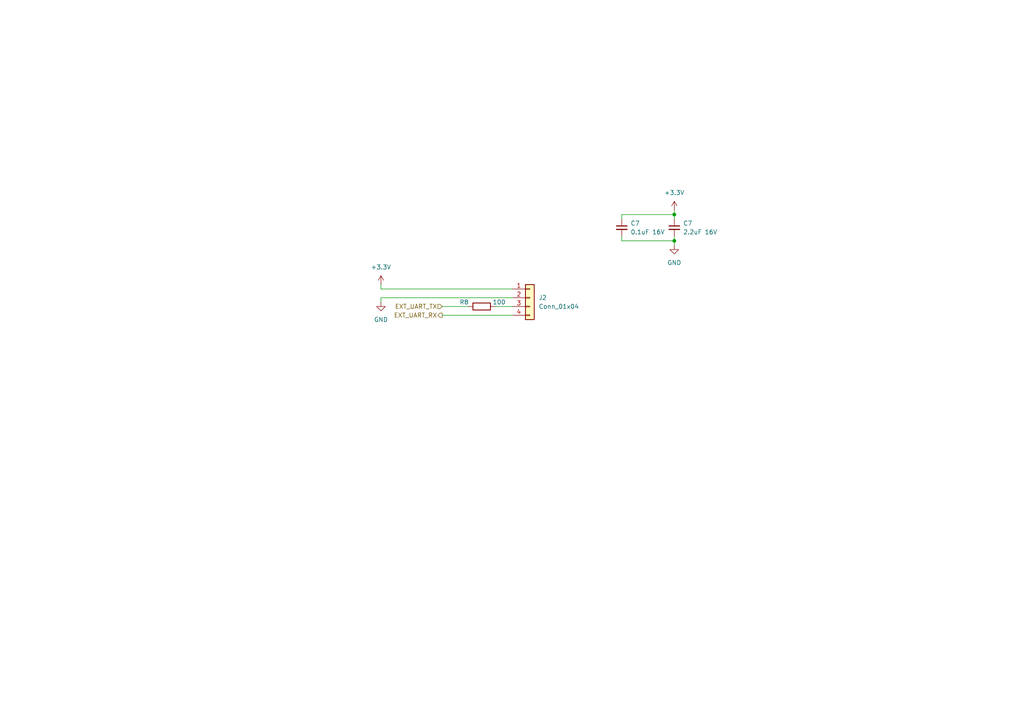
<source format=kicad_sch>
(kicad_sch (version 20230121) (generator eeschema)
  (paper "A4")
  (lib_symbols
    (symbol "Connector_Generic:Conn_01x04" (pin_names (offset 1.016) hide)
      (property "Reference" "J" (at 0 5.08 0))
      (property "Value" "Conn_01x04" (at 0 -7.62 0))
      (symbol "Conn_01x04_1_1"
        (rectangle (start -1.27 -4.953) (end 0 -5.207) (stroke (width 0.1524)))
        (rectangle (start -1.27 -2.413) (end 0 -2.667) (stroke (width 0.1524)))
        (rectangle (start -1.27 0.127) (end 0 -0.127) (stroke (width 0.1524)))
        (rectangle (start -1.27 2.667) (end 0 2.413) (stroke (width 0.1524)))
        (rectangle (start -1.27 3.81) (end 1.27 -6.35) (stroke (width 0.254)) (fill (type background)))
        (pin passive line (at -5.08 2.54 0) (length 3.81) (name "Pin_1") (number "1"))
        (pin passive line (at -5.08 0 0) (length 3.81) (name "Pin_2") (number "2"))
        (pin passive line (at -5.08 -2.54 0) (length 3.81) (name "Pin_3") (number "3"))
        (pin passive line (at -5.08 -5.08 0) (length 3.81) (name "Pin_4") (number "4"))
      )
    )
    (symbol "Device:C_Small" (pin_numbers hide) (pin_names (offset 0.254) hide)
      (property "Reference" "C" (at 0.254 1.778 0))
      (property "Value" "C_Small" (at 0.254 -2.032 0))
      (symbol "C_Small_0_1"
        (polyline (pts (xy -1.524 -0.508) (xy 1.524 -0.508)) (stroke (width 0.3302)))
        (polyline (pts (xy -1.524 0.508) (xy 1.524 0.508)) (stroke (width 0.3048)))
      )
      (symbol "C_Small_1_1"
        (pin passive line (at 0 2.54 270) (length 2.032) (name "~") (number "1"))
        (pin passive line (at 0 -2.54 90) (length 2.032) (name "~") (number "2"))
      )
    )
    (symbol "Device:R" (pin_numbers hide) (pin_names (offset 0))
      (property "Reference" "R" (at 2.032 0 90))
      (property "Value" "R" (at 0 0 90))
      (symbol "R_0_1"
        (rectangle (start -1.016 -2.54) (end 1.016 2.54) (stroke (width 0.254)))
      )
      (symbol "R_1_1"
        (pin passive line (at 0 3.81 270) (length 1.27) (name "~") (number "1"))
        (pin passive line (at 0 -3.81 90) (length 1.27) (name "~") (number "2"))
      )
    )
    (symbol "power:+3.3V" (power) (pin_names (offset 0))
      (property "Value" "+3.3V" (at 0 3.556 0))
      (symbol "+3.3V_0_1"
        (polyline (pts (xy -0.762 1.27) (xy 0 2.54)))
        (polyline (pts (xy 0 0) (xy 0 2.54)))
        (polyline (pts (xy 0 2.54) (xy 0.762 1.27)))
      )
      (symbol "+3.3V_1_1"
        (pin power_in line (at 0 0 90) (length 0) hide (name "+3.3V") (number "1"))
      )
    )
    (symbol "power:GND" (power) (pin_names (offset 0))
      (property "Value" "GND" (at 0 -3.81 0))
      (symbol "GND_0_1"
        (polyline (pts (xy 0 0) (xy 0 -1.27) (xy 1.27 -1.27) (xy 0 -2.54) (xy -1.27 -1.27) (xy 0 -1.27)))
      )
      (symbol "GND_1_1"
        (pin power_in line (at 0 0 270) (length 0) hide (name "GND") (number "1"))
      )
    )
  )
  (junction (at 195.58 62.23))
  (junction (at 195.58 69.85))
  (wire (pts (xy 110.49 86.36) (xy 110.49 87.63)))
  (wire (pts (xy 128.27 88.9) (xy 135.89 88.9)))
  (wire (pts (xy 180.34 68.58) (xy 180.34 69.85)))
  (wire (pts (xy 110.49 86.36) (xy 148.59 86.36)))
  (wire (pts (xy 143.51 88.9) (xy 148.59 88.9)))
  (wire (pts (xy 180.34 62.23) (xy 180.34 63.5)))
  (wire (pts (xy 128.27 91.44) (xy 148.59 91.44)))
  (wire (pts (xy 195.58 62.23) (xy 195.58 60.96)))
  (wire (pts (xy 110.49 83.82) (xy 110.49 82.55)))
  (wire (pts (xy 195.58 62.23) (xy 180.34 62.23)))
  (wire (pts (xy 195.58 63.5) (xy 195.58 62.23)))
  (wire (pts (xy 180.34 69.85) (xy 195.58 69.85)))
  (wire (pts (xy 195.58 69.85) (xy 195.58 68.58)))
  (wire (pts (xy 195.58 71.12) (xy 195.58 69.85)))
  (wire (pts (xy 110.49 83.82) (xy 148.59 83.82)))
  (hierarchical_label "EXT_UART_TX" (shape input) (at 128.27 88.9 180))
  (hierarchical_label "EXT_UART_RX" (shape output) (at 128.27 91.44 180))
  (symbol (lib_id "Device:R") (at 139.7 88.9 90) (unit 1)
    (property "Reference" "R8" (at 134.62 87.63 90))
    (property "Value" "100" (at 144.78 87.63 90))
    (property "Footprint" "Resistor_SMD:R_0603_1608Metric" (effects hide))
    (instances (project "minimouse" (path "" (reference "R8") (unit 1)) (path "" (reference "R19") (unit 1))))
  )
  (symbol (lib_id "power:GND") (at 110.49 87.63 0) (unit 1)
    (property "Reference" "#PWR09" (effects hide))
    (property "Value" "GND" (at 110.49 92.71 0))
  )
  (symbol (lib_id "power:+3.3V") (at 195.58 60.96 0) (unit 1)
    (property "Reference" "#PWR03" (effects hide))
    (property "Value" "+3.3V" (at 195.58 55.88 0))
    (instances (project "minimouse" (path "" (reference "#PWR03") (unit 1)) (path "" (reference "#PWR035") (unit 1))))
  )
  (symbol (lib_id "power:GND") (at 195.58 71.12 0) (unit 1)
    (property "Reference" "#PWR031" (effects hide))
    (property "Value" "GND" (at 195.58 76.2 0))
    (instances (project "minimouse" (path "" (reference "#PWR031") (unit 1)) (path "" (reference "#PWR032") (unit 1)) (path "" (reference "#PWR034") (unit 1)) (path "" (reference "#PWR038") (unit 1))))
  )
  (symbol (lib_id "Connector_Generic:Conn_01x04") (at 153.67 86.36 0) (unit 1)
    (property "Reference" "J2" (at 156.21 86.36 0) (effects (justify left)))
    (property "Value" "Conn_01x04" (at 156.21 88.9 0) (effects (justify left)))
  )
  (symbol (lib_id "Device:C_Small") (at 180.34 66.04 0) (unit 1)
    (property "Reference" "C7" (at 182.88 64.77 0) (effects (justify left)))
    (property "Value" "0.1uF 16V" (at 182.88 67.31 0) (effects (justify left)))
    (instances (project "minimouse" (path "" (reference "C7") (unit 1)) (path "" (reference "C9") (unit 1)) (path "" (reference "C14") (unit 1)) (path "" (reference "C15") (unit 1)) (path "" (reference "C17") (unit 1)) (path "" (reference "C10") (unit 1))))
  )
  (symbol (lib_id "power:+3.3V") (at 110.49 82.55 0) (unit 1)
    (property "Reference" "#PWR03" (effects hide))
    (property "Value" "+3.3V" (at 110.49 77.47 0))
    (instances (project "minimouse" (path "" (reference "#PWR03") (unit 1)) (path "" (reference "#PWR08") (unit 1))))
  )
  (symbol (lib_id "Device:C_Small") (at 195.58 66.04 0) (unit 1)
    (property "Reference" "C7" (at 198.12 64.77 0) (effects (justify left)))
    (property "Value" "2.2uF 16V" (at 198.12 67.31 0) (effects (justify left)))
    (instances (project "minimouse" (path "" (reference "C7") (unit 1)) (path "" (reference "C9") (unit 1)) (path "" (reference "C14") (unit 1)) (path "" (reference "C15") (unit 1)) (path "" (reference "C16") (unit 1)) (path "" (reference "C19") (unit 1))))
  )
)
</source>
